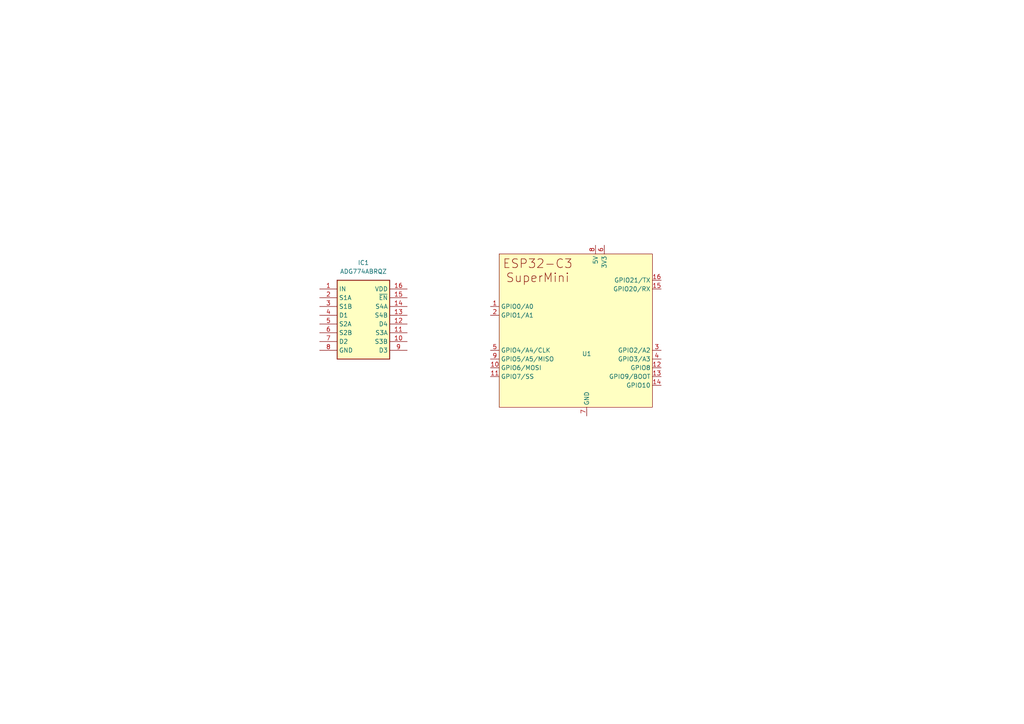
<source format=kicad_sch>
(kicad_sch (version 20250114) (generator "eeschema") (generator_version "9.0")
  (paper "A4")
  (lib_symbols
    (symbol "adg774a:ADG774ABRQZ"
      (property "Reference" "IC" (at 21.59 7.62 0))
      (property "Value" "ADG774ABRQZ" (at 21.59 5.08 0))
      (symbol "ADG774ABRQZ_1_1"
        (rectangle (start 5.08 2.54) (end 20.32 -20.32) (stroke (width 0.254)) (fill (type background)))
        (pin passive line (at 0 0 0) (length 5.08) (name "IN") (number "1"))
        (pin passive line (at 0 -2.54 0) (length 5.08) (name "S1A") (number "2"))
        (pin passive line (at 0 -5.08 0) (length 5.08) (name "S1B") (number "3"))
        (pin passive line (at 0 -7.62 0) (length 5.08) (name "D1") (number "4"))
        (pin passive line (at 0 -10.16 0) (length 5.08) (name "S2A") (number "5"))
        (pin passive line (at 0 -12.7 0) (length 5.08) (name "S2B") (number "6"))
        (pin passive line (at 0 -15.24 0) (length 5.08) (name "D2") (number "7"))
        (pin passive line (at 0 -17.78 0) (length 5.08) (name "GND") (number "8"))
        (pin passive line (at 25.4 0 180) (length 5.08) (name "VDD") (number "16"))
        (pin passive line (at 25.4 -2.54 180) (length 5.08) (name "~{EN}") (number "15"))
        (pin passive line (at 25.4 -5.08 180) (length 5.08) (name "S4A") (number "14"))
        (pin passive line (at 25.4 -7.62 180) (length 5.08) (name "S4B") (number "13"))
        (pin passive line (at 25.4 -10.16 180) (length 5.08) (name "D4") (number "12"))
        (pin passive line (at 25.4 -12.7 180) (length 5.08) (name "S3A") (number "11"))
        (pin passive line (at 25.4 -15.24 180) (length 5.08) (name "S3B") (number "10"))
        (pin passive line (at 25.4 -17.78 180) (length 5.08) (name "D3") (number "9"))
      )
    )
    (symbol "esp32-c3-supermini:esp32-c3-supermini"
      (symbol "esp32-c3-supermini_0_1"
        (rectangle (start -22.86 21.59) (end 21.59 -22.86) (fill (type background)))
      )
      (symbol "esp32-c3-supermini_1_0"
        (pin output line (at -25.4 6.35 0) (length 2.54) (name "GPIO0/A0") (number "1"))
        (pin input line (at -25.4 3.81 0) (length 2.54) (name "GPIO1/A1") (number "2"))
        (pin bidirectional line (at -25.4 -6.35 0) (length 2.54) (name "GPIO4/A4/CLK") (number "5"))
        (pin bidirectional line (at -25.4 -8.89 0) (length 2.54) (name "GPIO5/A5/MISO") (number "9"))
        (pin bidirectional line (at -25.4 -11.43 0) (length 2.54) (name "GPIO6/MOSI") (number "10"))
        (pin bidirectional line (at -25.4 -13.97 0) (length 2.54) (name "GPIO7/SS") (number "11"))
        (pin power_in line (at 2.54 -25.4 90) (length 2.54) (name "GND") (number "7"))
        (pin power_in line (at 5.08 24.13 270) (length 2.54) (name "5V") (number "8"))
        (pin power_out line (at 7.62 24.13 270) (length 2.54) (name "3V3") (number "6"))
        (pin bidirectional line (at 24.13 13.97 180) (length 2.54) (name "GPIO21/TX") (number "16"))
        (pin bidirectional line (at 24.13 11.43 180) (length 2.54) (name "GPIO20/RX") (number "15"))
        (pin bidirectional line (at 24.13 -6.35 180) (length 2.54) (name "GPIO2/A2") (number "3"))
        (pin bidirectional line (at 24.13 -8.89 180) (length 2.54) (name "GPIO3/A3") (number "4"))
        (pin bidirectional line (at 24.13 -11.43 180) (length 2.54) (name "GPIO8") (number "12"))
        (pin bidirectional line (at 24.13 -13.97 180) (length 2.54) (name "GPIO9/BOOT") (number "13"))
        (pin bidirectional line (at 24.13 -16.51 180) (length 2.54) (name "GPIO10") (number "14"))
      )
      (symbol "esp32-c3-supermini_1_1"
        (text "ESP32-C3\nSuperMini" (at -11.684 16.764 0) (effects (font (size 2.54 2.54))))
      )
    )
  )
  (symbol (lib_id "esp32-c3-supermini:esp32-c3-supermini") (at 167.64 95.25 0) (unit 1)
    (property "Reference" "U1" (at 170.18 102.616 0))
    (property "Value" "ESP32-C3-SuperMini" (effects (hide yes)))
    (property "Footprint" "esp32-c3-supermini:esp32-c3-supermini" (effects (hide yes)))
    (property "Datasheet" "https://dl.artronshop.co.th/ESP32-C3%20SuperMini%20datasheet.pdf" (effects (hide yes)))
    (property "Description" "The ESP32 C3 SuperMini is an loT mini development board based on the Espressif ESP32-C3 WiFi/ Bluetoot hdual-mode chip" (effects (hide yes)))
  )
  (symbol (lib_id "adg774a:ADG774ABRQZ") (at 92.71 83.82 0) (unit 1)
    (property "Reference" "IC1" (at 105.41 76.2 0))
    (property "Value" "ADG774ABRQZ" (at 105.41 78.74 0))
    (property "Footprint" "SOP64P600X175-16N" (effects (hide yes)))
    (property "Datasheet" "http://www.analog.com/media/en/technical-documentation/data-sheets/ADG774A.pdf" (effects (hide yes)))
    (property "Description" "ADG774ABRQZ analogue switch, QSOP16 Analog Devices ADG774ABRQZ, Analogue Switch Quad 2:1, 3.3 V, 5 V, 16-Pin QSOP" (effects (hide yes)))
    (property "Height" "1.75" (effects (hide yes)))
    (property "Manufacturer_Name" "Analog Devices" (effects (hide yes)))
    (property "Manufacturer_Part_Number" "ADG774ABRQZ" (effects (hide yes)))
    (property "Mouser Part Number" "584-ADG774ABRQZ" (effects (hide yes)))
    (property "Mouser Price/Stock" "https://www.mouser.co.uk/ProductDetail/Analog-Devices/ADG774ABRQZ?qs=BpaRKvA4VqET7XGcXCMwIA%3D%3D" (effects (hide yes)))
    (property "Arrow Part Number" "ADG774ABRQZ" (effects (hide yes)))
    (property "Arrow Price/Stock" "https://www.arrow.com/en/products/adg774abrqz/analog-devices?region=nac" (effects (hide yes)))
  )
)
</source>
